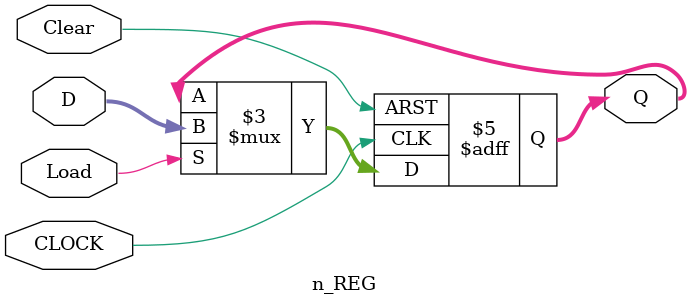
<source format=v>
module n_REG(CLOCK, Load, Clear, D, Q);
	parameter n = 8;
	input	CLOCK;
	input	Load, Clear;
	input	[n-1:0] D;
	output	reg [n-1:0] Q;
	
	always @ (posedge CLOCK, posedge Clear)
	begin
		if(Clear)	Q = 0;
		else
		begin
			if(Load)	Q = D;
			else		Q = Q;
		end
	end
endmodule

</source>
